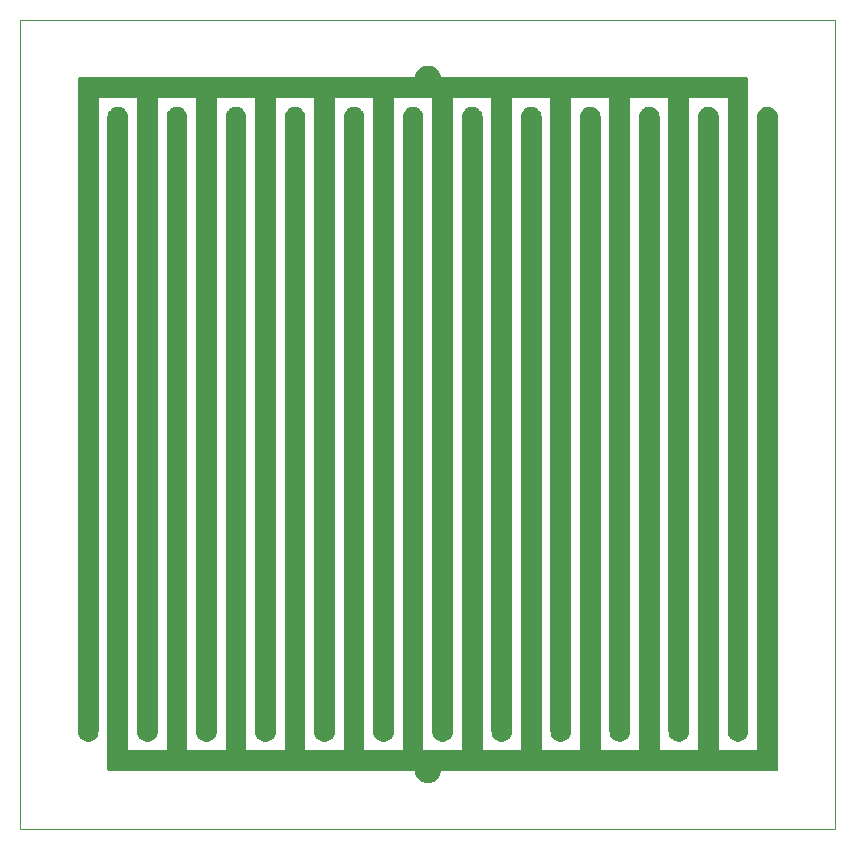
<source format=gtl>
G04 EAGLE Gerber RS-274X export*
G75*
%MOMM*%
%FSLAX34Y34*%
%LPD*%
%INCopper Top*%
%IPPOS*%
%AMOC8*
5,1,8,0,0,1.08239X$1,22.5*%
G01*
%ADD10C,0.000000*%
%ADD11C,0.904800*%

G36*
X345959Y38778D02*
X345959Y38778D01*
X345996Y38776D01*
X346156Y38795D01*
X347970Y39134D01*
X348005Y39145D01*
X348042Y39150D01*
X348195Y39198D01*
X349916Y39865D01*
X349948Y39882D01*
X349984Y39893D01*
X350126Y39969D01*
X351695Y40941D01*
X351723Y40964D01*
X351756Y40981D01*
X351881Y41082D01*
X353245Y42325D01*
X353269Y42353D01*
X353298Y42376D01*
X353403Y42498D01*
X354515Y43971D01*
X354533Y44003D01*
X354558Y44031D01*
X354638Y44170D01*
X355461Y45822D01*
X355473Y45857D01*
X355492Y45889D01*
X355523Y45978D01*
X355532Y45996D01*
X355535Y46009D01*
X355546Y46040D01*
X356051Y47815D01*
X356056Y47852D01*
X356069Y47886D01*
X356094Y48045D01*
X356157Y48731D01*
X640000Y48731D01*
X640118Y48746D01*
X640237Y48753D01*
X640275Y48766D01*
X640316Y48771D01*
X640426Y48814D01*
X640539Y48851D01*
X640574Y48873D01*
X640611Y48888D01*
X640707Y48958D01*
X640808Y49021D01*
X640836Y49051D01*
X640869Y49074D01*
X640945Y49166D01*
X641026Y49253D01*
X641046Y49288D01*
X641071Y49319D01*
X641122Y49427D01*
X641180Y49531D01*
X641190Y49571D01*
X641207Y49607D01*
X641229Y49724D01*
X641259Y49839D01*
X641263Y49900D01*
X641267Y49920D01*
X641265Y49940D01*
X641269Y50000D01*
X641269Y602500D01*
X641267Y602517D01*
X641262Y602633D01*
X641098Y604192D01*
X641086Y604243D01*
X641083Y604296D01*
X641043Y604452D01*
X640559Y605943D01*
X640536Y605990D01*
X640522Y606041D01*
X640451Y606185D01*
X639667Y607543D01*
X639635Y607585D01*
X639611Y607631D01*
X639511Y607758D01*
X638462Y608923D01*
X638422Y608957D01*
X638389Y608998D01*
X638265Y609100D01*
X636996Y610022D01*
X636950Y610047D01*
X636909Y610080D01*
X636766Y610155D01*
X635334Y610792D01*
X635284Y610808D01*
X635237Y610831D01*
X635082Y610874D01*
X633548Y611200D01*
X633495Y611205D01*
X633445Y611218D01*
X633284Y611228D01*
X631716Y611228D01*
X631664Y611222D01*
X631611Y611224D01*
X631452Y611200D01*
X629919Y610874D01*
X629869Y610857D01*
X629817Y610848D01*
X629666Y610792D01*
X628234Y610155D01*
X628189Y610128D01*
X628140Y610108D01*
X628004Y610022D01*
X626736Y609100D01*
X626697Y609065D01*
X626653Y609035D01*
X626538Y608923D01*
X625489Y607758D01*
X625459Y607715D01*
X625422Y607677D01*
X625333Y607543D01*
X624549Y606185D01*
X624529Y606137D01*
X624501Y606092D01*
X624441Y605943D01*
X623957Y604452D01*
X623947Y604400D01*
X623929Y604351D01*
X623902Y604192D01*
X623738Y602633D01*
X623738Y602615D01*
X623731Y602500D01*
X623731Y66269D01*
X591269Y66269D01*
X591269Y602500D01*
X591267Y602517D01*
X591262Y602633D01*
X591098Y604192D01*
X591086Y604243D01*
X591083Y604296D01*
X591043Y604452D01*
X590559Y605943D01*
X590536Y605990D01*
X590522Y606041D01*
X590451Y606185D01*
X589667Y607543D01*
X589635Y607585D01*
X589611Y607631D01*
X589511Y607758D01*
X588462Y608923D01*
X588422Y608957D01*
X588389Y608998D01*
X588265Y609100D01*
X586996Y610022D01*
X586950Y610047D01*
X586909Y610080D01*
X586766Y610155D01*
X585334Y610792D01*
X585284Y610808D01*
X585237Y610831D01*
X585082Y610874D01*
X583548Y611200D01*
X583495Y611205D01*
X583445Y611218D01*
X583284Y611228D01*
X581716Y611228D01*
X581664Y611222D01*
X581611Y611224D01*
X581452Y611200D01*
X579919Y610874D01*
X579869Y610857D01*
X579817Y610848D01*
X579666Y610792D01*
X578234Y610155D01*
X578189Y610128D01*
X578140Y610108D01*
X578004Y610022D01*
X576736Y609100D01*
X576697Y609065D01*
X576653Y609035D01*
X576538Y608923D01*
X575489Y607758D01*
X575459Y607715D01*
X575422Y607677D01*
X575333Y607543D01*
X574549Y606185D01*
X574529Y606137D01*
X574501Y606092D01*
X574441Y605943D01*
X573957Y604452D01*
X573947Y604400D01*
X573929Y604351D01*
X573902Y604192D01*
X573738Y602633D01*
X573738Y602615D01*
X573731Y602500D01*
X573731Y66269D01*
X541269Y66269D01*
X541269Y602500D01*
X541267Y602517D01*
X541262Y602633D01*
X541098Y604192D01*
X541086Y604243D01*
X541083Y604296D01*
X541043Y604452D01*
X540559Y605943D01*
X540536Y605990D01*
X540522Y606041D01*
X540451Y606185D01*
X539667Y607543D01*
X539635Y607585D01*
X539611Y607631D01*
X539511Y607758D01*
X538462Y608923D01*
X538422Y608957D01*
X538389Y608998D01*
X538265Y609100D01*
X536996Y610022D01*
X536950Y610047D01*
X536909Y610080D01*
X536766Y610155D01*
X535334Y610792D01*
X535284Y610808D01*
X535237Y610831D01*
X535082Y610874D01*
X533548Y611200D01*
X533495Y611205D01*
X533445Y611218D01*
X533284Y611228D01*
X531716Y611228D01*
X531664Y611222D01*
X531611Y611224D01*
X531452Y611200D01*
X529919Y610874D01*
X529869Y610857D01*
X529817Y610848D01*
X529666Y610792D01*
X528234Y610155D01*
X528189Y610128D01*
X528140Y610108D01*
X528004Y610022D01*
X526736Y609100D01*
X526697Y609065D01*
X526653Y609035D01*
X526538Y608923D01*
X525489Y607758D01*
X525459Y607715D01*
X525422Y607677D01*
X525333Y607543D01*
X524549Y606185D01*
X524529Y606137D01*
X524501Y606092D01*
X524441Y605943D01*
X523957Y604452D01*
X523947Y604400D01*
X523929Y604351D01*
X523902Y604192D01*
X523738Y602633D01*
X523738Y602615D01*
X523731Y602500D01*
X523731Y66269D01*
X491269Y66269D01*
X491269Y602500D01*
X491267Y602517D01*
X491262Y602633D01*
X491098Y604192D01*
X491086Y604243D01*
X491083Y604296D01*
X491043Y604452D01*
X490559Y605943D01*
X490536Y605990D01*
X490522Y606041D01*
X490451Y606185D01*
X489667Y607543D01*
X489635Y607585D01*
X489611Y607631D01*
X489511Y607758D01*
X488462Y608923D01*
X488422Y608957D01*
X488389Y608998D01*
X488265Y609100D01*
X486996Y610022D01*
X486950Y610047D01*
X486909Y610080D01*
X486766Y610155D01*
X485334Y610792D01*
X485284Y610808D01*
X485237Y610831D01*
X485082Y610874D01*
X483548Y611200D01*
X483495Y611205D01*
X483445Y611218D01*
X483284Y611228D01*
X481716Y611228D01*
X481664Y611222D01*
X481611Y611224D01*
X481452Y611200D01*
X479919Y610874D01*
X479869Y610857D01*
X479817Y610848D01*
X479666Y610792D01*
X478234Y610155D01*
X478189Y610128D01*
X478140Y610108D01*
X478004Y610022D01*
X476736Y609100D01*
X476697Y609065D01*
X476653Y609035D01*
X476538Y608923D01*
X475489Y607758D01*
X475459Y607715D01*
X475422Y607677D01*
X475333Y607543D01*
X474549Y606185D01*
X474529Y606137D01*
X474501Y606092D01*
X474441Y605943D01*
X473957Y604452D01*
X473947Y604400D01*
X473929Y604351D01*
X473902Y604192D01*
X473738Y602633D01*
X473738Y602615D01*
X473731Y602500D01*
X473731Y66269D01*
X441269Y66269D01*
X441269Y602500D01*
X441267Y602517D01*
X441262Y602633D01*
X441098Y604192D01*
X441086Y604243D01*
X441083Y604296D01*
X441043Y604452D01*
X440559Y605943D01*
X440536Y605990D01*
X440522Y606041D01*
X440451Y606185D01*
X439667Y607543D01*
X439635Y607585D01*
X439611Y607631D01*
X439511Y607758D01*
X438462Y608923D01*
X438422Y608957D01*
X438389Y608998D01*
X438265Y609100D01*
X436996Y610022D01*
X436950Y610047D01*
X436909Y610080D01*
X436766Y610155D01*
X435334Y610792D01*
X435284Y610808D01*
X435237Y610831D01*
X435082Y610874D01*
X433548Y611200D01*
X433495Y611205D01*
X433445Y611218D01*
X433284Y611228D01*
X431716Y611228D01*
X431664Y611222D01*
X431611Y611224D01*
X431452Y611200D01*
X429919Y610874D01*
X429869Y610857D01*
X429817Y610848D01*
X429666Y610792D01*
X428234Y610155D01*
X428189Y610128D01*
X428140Y610108D01*
X428004Y610022D01*
X426736Y609100D01*
X426697Y609065D01*
X426653Y609035D01*
X426538Y608923D01*
X425489Y607758D01*
X425459Y607715D01*
X425422Y607677D01*
X425333Y607543D01*
X424549Y606185D01*
X424529Y606137D01*
X424501Y606092D01*
X424441Y605943D01*
X423957Y604452D01*
X423947Y604400D01*
X423929Y604351D01*
X423902Y604192D01*
X423738Y602633D01*
X423738Y602615D01*
X423731Y602500D01*
X423731Y66269D01*
X391269Y66269D01*
X391269Y602500D01*
X391267Y602517D01*
X391262Y602633D01*
X391098Y604192D01*
X391086Y604243D01*
X391083Y604296D01*
X391043Y604452D01*
X390559Y605943D01*
X390536Y605990D01*
X390522Y606041D01*
X390451Y606185D01*
X389667Y607543D01*
X389635Y607585D01*
X389611Y607631D01*
X389511Y607758D01*
X388462Y608923D01*
X388422Y608957D01*
X388389Y608998D01*
X388265Y609100D01*
X386996Y610022D01*
X386950Y610047D01*
X386909Y610080D01*
X386766Y610155D01*
X385334Y610792D01*
X385284Y610808D01*
X385237Y610831D01*
X385082Y610874D01*
X383548Y611200D01*
X383495Y611205D01*
X383445Y611218D01*
X383284Y611228D01*
X381716Y611228D01*
X381664Y611222D01*
X381611Y611224D01*
X381452Y611200D01*
X379919Y610874D01*
X379869Y610857D01*
X379817Y610848D01*
X379666Y610792D01*
X378234Y610155D01*
X378189Y610128D01*
X378140Y610108D01*
X378004Y610022D01*
X376736Y609100D01*
X376697Y609065D01*
X376653Y609035D01*
X376538Y608923D01*
X375489Y607758D01*
X375459Y607715D01*
X375422Y607677D01*
X375333Y607543D01*
X374549Y606185D01*
X374529Y606137D01*
X374501Y606092D01*
X374441Y605943D01*
X373957Y604452D01*
X373947Y604400D01*
X373929Y604351D01*
X373902Y604192D01*
X373738Y602633D01*
X373738Y602615D01*
X373731Y602500D01*
X373731Y66269D01*
X341269Y66269D01*
X341269Y602500D01*
X341267Y602517D01*
X341262Y602633D01*
X341098Y604192D01*
X341086Y604243D01*
X341083Y604296D01*
X341043Y604452D01*
X340559Y605943D01*
X340536Y605990D01*
X340522Y606041D01*
X340451Y606185D01*
X339667Y607543D01*
X339635Y607585D01*
X339611Y607631D01*
X339511Y607758D01*
X338462Y608923D01*
X338422Y608957D01*
X338389Y608998D01*
X338265Y609100D01*
X336996Y610022D01*
X336950Y610047D01*
X336909Y610080D01*
X336766Y610155D01*
X335334Y610792D01*
X335284Y610808D01*
X335237Y610831D01*
X335082Y610874D01*
X333548Y611200D01*
X333495Y611205D01*
X333445Y611218D01*
X333284Y611228D01*
X331716Y611228D01*
X331664Y611222D01*
X331611Y611224D01*
X331452Y611200D01*
X329919Y610874D01*
X329869Y610857D01*
X329817Y610848D01*
X329666Y610792D01*
X328234Y610155D01*
X328189Y610128D01*
X328140Y610108D01*
X328004Y610022D01*
X326736Y609100D01*
X326697Y609065D01*
X326653Y609035D01*
X326538Y608923D01*
X325489Y607758D01*
X325459Y607715D01*
X325422Y607677D01*
X325333Y607543D01*
X324549Y606185D01*
X324529Y606137D01*
X324501Y606092D01*
X324441Y605943D01*
X323957Y604452D01*
X323947Y604400D01*
X323929Y604351D01*
X323902Y604192D01*
X323738Y602633D01*
X323738Y602615D01*
X323731Y602500D01*
X323731Y66269D01*
X291269Y66269D01*
X291269Y602500D01*
X291267Y602517D01*
X291262Y602633D01*
X291098Y604192D01*
X291086Y604243D01*
X291083Y604296D01*
X291043Y604452D01*
X290559Y605943D01*
X290536Y605990D01*
X290522Y606041D01*
X290451Y606185D01*
X289667Y607543D01*
X289635Y607585D01*
X289611Y607631D01*
X289511Y607758D01*
X288462Y608923D01*
X288422Y608957D01*
X288389Y608998D01*
X288265Y609100D01*
X286996Y610022D01*
X286950Y610047D01*
X286909Y610080D01*
X286766Y610155D01*
X285334Y610792D01*
X285284Y610808D01*
X285237Y610831D01*
X285082Y610874D01*
X283548Y611200D01*
X283495Y611205D01*
X283445Y611218D01*
X283284Y611228D01*
X281716Y611228D01*
X281664Y611222D01*
X281611Y611224D01*
X281452Y611200D01*
X279919Y610874D01*
X279869Y610857D01*
X279817Y610848D01*
X279666Y610792D01*
X278234Y610155D01*
X278189Y610128D01*
X278140Y610108D01*
X278004Y610022D01*
X276736Y609100D01*
X276697Y609065D01*
X276653Y609035D01*
X276538Y608923D01*
X275489Y607758D01*
X275459Y607715D01*
X275422Y607677D01*
X275333Y607543D01*
X274549Y606185D01*
X274529Y606137D01*
X274501Y606092D01*
X274441Y605943D01*
X273957Y604452D01*
X273947Y604400D01*
X273929Y604351D01*
X273902Y604192D01*
X273738Y602633D01*
X273738Y602615D01*
X273731Y602500D01*
X273731Y66269D01*
X241269Y66269D01*
X241269Y602500D01*
X241267Y602517D01*
X241262Y602633D01*
X241098Y604192D01*
X241086Y604243D01*
X241083Y604296D01*
X241043Y604452D01*
X240559Y605943D01*
X240536Y605990D01*
X240522Y606041D01*
X240451Y606185D01*
X239667Y607543D01*
X239635Y607585D01*
X239611Y607631D01*
X239511Y607758D01*
X238462Y608923D01*
X238422Y608957D01*
X238389Y608998D01*
X238265Y609100D01*
X236996Y610022D01*
X236950Y610047D01*
X236909Y610080D01*
X236766Y610155D01*
X235334Y610792D01*
X235284Y610808D01*
X235237Y610831D01*
X235082Y610874D01*
X233548Y611200D01*
X233495Y611205D01*
X233445Y611218D01*
X233284Y611228D01*
X231716Y611228D01*
X231664Y611222D01*
X231611Y611224D01*
X231452Y611200D01*
X229919Y610874D01*
X229869Y610857D01*
X229817Y610848D01*
X229666Y610792D01*
X228234Y610155D01*
X228189Y610128D01*
X228140Y610108D01*
X228004Y610022D01*
X226736Y609100D01*
X226697Y609065D01*
X226653Y609035D01*
X226538Y608923D01*
X225489Y607758D01*
X225459Y607715D01*
X225422Y607677D01*
X225333Y607543D01*
X224549Y606185D01*
X224529Y606137D01*
X224501Y606092D01*
X224441Y605943D01*
X223957Y604452D01*
X223947Y604400D01*
X223929Y604351D01*
X223902Y604192D01*
X223738Y602633D01*
X223738Y602615D01*
X223731Y602500D01*
X223731Y66269D01*
X191269Y66269D01*
X191269Y602500D01*
X191267Y602517D01*
X191262Y602633D01*
X191098Y604192D01*
X191086Y604243D01*
X191083Y604296D01*
X191043Y604452D01*
X190559Y605943D01*
X190536Y605990D01*
X190522Y606041D01*
X190451Y606185D01*
X189667Y607543D01*
X189635Y607585D01*
X189611Y607631D01*
X189511Y607758D01*
X188462Y608923D01*
X188422Y608957D01*
X188389Y608998D01*
X188265Y609100D01*
X186996Y610022D01*
X186950Y610047D01*
X186909Y610080D01*
X186766Y610155D01*
X185334Y610792D01*
X185284Y610808D01*
X185237Y610831D01*
X185082Y610874D01*
X183548Y611200D01*
X183495Y611205D01*
X183445Y611218D01*
X183284Y611228D01*
X181716Y611228D01*
X181664Y611222D01*
X181611Y611224D01*
X181452Y611200D01*
X179919Y610874D01*
X179869Y610857D01*
X179817Y610848D01*
X179666Y610792D01*
X178234Y610155D01*
X178189Y610128D01*
X178140Y610108D01*
X178004Y610022D01*
X176736Y609100D01*
X176697Y609065D01*
X176653Y609035D01*
X176538Y608923D01*
X175489Y607758D01*
X175459Y607715D01*
X175422Y607677D01*
X175333Y607543D01*
X174549Y606185D01*
X174529Y606137D01*
X174501Y606092D01*
X174441Y605943D01*
X173957Y604452D01*
X173947Y604400D01*
X173929Y604351D01*
X173902Y604192D01*
X173738Y602633D01*
X173738Y602615D01*
X173731Y602500D01*
X173731Y66269D01*
X141269Y66269D01*
X141269Y602500D01*
X141267Y602517D01*
X141262Y602633D01*
X141098Y604192D01*
X141086Y604243D01*
X141083Y604296D01*
X141043Y604452D01*
X140559Y605943D01*
X140536Y605990D01*
X140522Y606041D01*
X140451Y606185D01*
X139667Y607543D01*
X139635Y607585D01*
X139611Y607631D01*
X139511Y607758D01*
X138462Y608923D01*
X138422Y608957D01*
X138389Y608998D01*
X138265Y609100D01*
X136996Y610022D01*
X136950Y610047D01*
X136909Y610080D01*
X136766Y610155D01*
X135334Y610792D01*
X135284Y610808D01*
X135237Y610831D01*
X135082Y610874D01*
X133548Y611200D01*
X133495Y611205D01*
X133445Y611218D01*
X133284Y611228D01*
X131716Y611228D01*
X131664Y611222D01*
X131611Y611224D01*
X131452Y611200D01*
X129919Y610874D01*
X129869Y610857D01*
X129817Y610848D01*
X129666Y610792D01*
X128234Y610155D01*
X128189Y610128D01*
X128140Y610108D01*
X128004Y610022D01*
X126736Y609100D01*
X126697Y609065D01*
X126653Y609035D01*
X126538Y608923D01*
X125489Y607758D01*
X125459Y607715D01*
X125422Y607677D01*
X125333Y607543D01*
X124549Y606185D01*
X124529Y606137D01*
X124501Y606092D01*
X124441Y605943D01*
X123957Y604452D01*
X123947Y604400D01*
X123929Y604351D01*
X123902Y604192D01*
X123738Y602633D01*
X123738Y602615D01*
X123731Y602500D01*
X123731Y66269D01*
X91269Y66269D01*
X91269Y602500D01*
X91267Y602517D01*
X91262Y602633D01*
X91098Y604192D01*
X91086Y604243D01*
X91083Y604296D01*
X91043Y604452D01*
X90559Y605943D01*
X90536Y605990D01*
X90522Y606041D01*
X90451Y606185D01*
X89667Y607543D01*
X89635Y607585D01*
X89611Y607631D01*
X89511Y607758D01*
X88462Y608923D01*
X88422Y608957D01*
X88389Y608998D01*
X88265Y609100D01*
X86996Y610022D01*
X86950Y610047D01*
X86909Y610080D01*
X86766Y610155D01*
X85334Y610792D01*
X85284Y610808D01*
X85237Y610831D01*
X85082Y610874D01*
X83548Y611200D01*
X83495Y611205D01*
X83445Y611218D01*
X83284Y611228D01*
X81716Y611228D01*
X81664Y611222D01*
X81611Y611224D01*
X81452Y611200D01*
X79919Y610874D01*
X79869Y610857D01*
X79817Y610848D01*
X79666Y610792D01*
X78234Y610155D01*
X78189Y610128D01*
X78140Y610108D01*
X78004Y610022D01*
X76736Y609100D01*
X76697Y609065D01*
X76653Y609035D01*
X76538Y608923D01*
X75489Y607758D01*
X75459Y607715D01*
X75422Y607677D01*
X75333Y607543D01*
X74549Y606185D01*
X74529Y606137D01*
X74501Y606092D01*
X74441Y605943D01*
X73957Y604452D01*
X73947Y604400D01*
X73929Y604351D01*
X73902Y604192D01*
X73738Y602633D01*
X73738Y602615D01*
X73731Y602500D01*
X73731Y50000D01*
X73746Y49882D01*
X73753Y49763D01*
X73766Y49725D01*
X73771Y49684D01*
X73814Y49574D01*
X73851Y49461D01*
X73873Y49426D01*
X73888Y49389D01*
X73958Y49293D01*
X74021Y49192D01*
X74051Y49164D01*
X74074Y49131D01*
X74166Y49056D01*
X74253Y48974D01*
X74288Y48954D01*
X74319Y48929D01*
X74427Y48878D01*
X74531Y48820D01*
X74571Y48810D01*
X74607Y48793D01*
X74724Y48771D01*
X74839Y48741D01*
X74900Y48737D01*
X74920Y48733D01*
X74940Y48735D01*
X75000Y48731D01*
X333843Y48731D01*
X333906Y48045D01*
X333914Y48009D01*
X333915Y47973D01*
X333949Y47815D01*
X334454Y46040D01*
X334469Y46006D01*
X334477Y45970D01*
X334521Y45864D01*
X334526Y45849D01*
X334530Y45843D01*
X334539Y45822D01*
X335362Y44170D01*
X335382Y44139D01*
X335396Y44105D01*
X335485Y43971D01*
X336597Y42498D01*
X336623Y42472D01*
X336643Y42441D01*
X336755Y42325D01*
X338119Y41082D01*
X338149Y41061D01*
X338174Y41034D01*
X338306Y40941D01*
X339874Y39969D01*
X339908Y39954D01*
X339938Y39932D01*
X340084Y39865D01*
X341805Y39198D01*
X341841Y39189D01*
X341874Y39174D01*
X342030Y39134D01*
X343844Y38795D01*
X343881Y38793D01*
X343917Y38784D01*
X344077Y38773D01*
X345923Y38773D01*
X345959Y38778D01*
G37*
G36*
X58336Y73778D02*
X58336Y73778D01*
X58389Y73776D01*
X58548Y73800D01*
X60082Y74126D01*
X60131Y74143D01*
X60183Y74152D01*
X60334Y74208D01*
X61766Y74845D01*
X61811Y74872D01*
X61860Y74892D01*
X61996Y74978D01*
X63265Y75900D01*
X63303Y75936D01*
X63347Y75965D01*
X63462Y76077D01*
X64511Y77242D01*
X64541Y77286D01*
X64578Y77323D01*
X64667Y77457D01*
X65451Y78815D01*
X65471Y78863D01*
X65499Y78908D01*
X65559Y79057D01*
X66043Y80548D01*
X66053Y80600D01*
X66071Y80649D01*
X66098Y80808D01*
X66262Y82367D01*
X66262Y82385D01*
X66269Y82500D01*
X66269Y618731D01*
X98731Y618731D01*
X98731Y82500D01*
X98733Y82483D01*
X98738Y82367D01*
X98902Y80808D01*
X98914Y80757D01*
X98917Y80704D01*
X98957Y80548D01*
X99441Y79057D01*
X99464Y79010D01*
X99478Y78959D01*
X99549Y78815D01*
X100333Y77457D01*
X100365Y77415D01*
X100389Y77369D01*
X100489Y77242D01*
X101538Y76077D01*
X101578Y76043D01*
X101612Y76002D01*
X101736Y75900D01*
X103004Y74978D01*
X103050Y74953D01*
X103091Y74920D01*
X103234Y74845D01*
X104666Y74208D01*
X104716Y74192D01*
X104763Y74169D01*
X104919Y74126D01*
X106452Y73800D01*
X106505Y73795D01*
X106555Y73782D01*
X106716Y73772D01*
X108284Y73772D01*
X108336Y73778D01*
X108389Y73776D01*
X108548Y73800D01*
X110082Y74126D01*
X110131Y74143D01*
X110183Y74152D01*
X110334Y74208D01*
X111766Y74845D01*
X111811Y74872D01*
X111860Y74892D01*
X111996Y74978D01*
X113265Y75900D01*
X113303Y75936D01*
X113347Y75965D01*
X113462Y76077D01*
X114511Y77242D01*
X114541Y77286D01*
X114578Y77323D01*
X114667Y77457D01*
X115451Y78815D01*
X115471Y78863D01*
X115499Y78908D01*
X115559Y79057D01*
X116043Y80548D01*
X116053Y80600D01*
X116071Y80649D01*
X116098Y80808D01*
X116262Y82367D01*
X116262Y82385D01*
X116269Y82500D01*
X116269Y618731D01*
X148731Y618731D01*
X148731Y82500D01*
X148733Y82483D01*
X148738Y82367D01*
X148902Y80808D01*
X148914Y80757D01*
X148917Y80704D01*
X148957Y80548D01*
X149441Y79057D01*
X149464Y79010D01*
X149478Y78959D01*
X149549Y78815D01*
X150333Y77457D01*
X150365Y77415D01*
X150389Y77369D01*
X150489Y77242D01*
X151538Y76077D01*
X151578Y76043D01*
X151612Y76002D01*
X151736Y75900D01*
X153004Y74978D01*
X153050Y74953D01*
X153091Y74920D01*
X153234Y74845D01*
X154666Y74208D01*
X154716Y74192D01*
X154763Y74169D01*
X154919Y74126D01*
X156452Y73800D01*
X156505Y73795D01*
X156555Y73782D01*
X156716Y73772D01*
X158284Y73772D01*
X158336Y73778D01*
X158389Y73776D01*
X158548Y73800D01*
X160082Y74126D01*
X160131Y74143D01*
X160183Y74152D01*
X160334Y74208D01*
X161766Y74845D01*
X161811Y74872D01*
X161860Y74892D01*
X161996Y74978D01*
X163265Y75900D01*
X163303Y75936D01*
X163347Y75965D01*
X163462Y76077D01*
X164511Y77242D01*
X164541Y77286D01*
X164578Y77323D01*
X164667Y77457D01*
X165451Y78815D01*
X165471Y78863D01*
X165499Y78908D01*
X165559Y79057D01*
X166043Y80548D01*
X166053Y80600D01*
X166071Y80649D01*
X166098Y80808D01*
X166262Y82367D01*
X166262Y82385D01*
X166269Y82500D01*
X166269Y618731D01*
X198731Y618731D01*
X198731Y82500D01*
X198733Y82483D01*
X198738Y82367D01*
X198902Y80808D01*
X198914Y80757D01*
X198917Y80704D01*
X198957Y80548D01*
X199441Y79057D01*
X199464Y79010D01*
X199478Y78959D01*
X199549Y78815D01*
X200333Y77457D01*
X200365Y77415D01*
X200389Y77369D01*
X200489Y77242D01*
X201538Y76077D01*
X201578Y76043D01*
X201612Y76002D01*
X201736Y75900D01*
X203004Y74978D01*
X203050Y74953D01*
X203091Y74920D01*
X203234Y74845D01*
X204666Y74208D01*
X204716Y74192D01*
X204763Y74169D01*
X204919Y74126D01*
X206452Y73800D01*
X206505Y73795D01*
X206555Y73782D01*
X206716Y73772D01*
X208284Y73772D01*
X208336Y73778D01*
X208389Y73776D01*
X208548Y73800D01*
X210082Y74126D01*
X210131Y74143D01*
X210183Y74152D01*
X210334Y74208D01*
X211766Y74845D01*
X211811Y74872D01*
X211860Y74892D01*
X211996Y74978D01*
X213265Y75900D01*
X213303Y75936D01*
X213347Y75965D01*
X213462Y76077D01*
X214511Y77242D01*
X214541Y77286D01*
X214578Y77323D01*
X214667Y77457D01*
X215451Y78815D01*
X215471Y78863D01*
X215499Y78908D01*
X215559Y79057D01*
X216043Y80548D01*
X216053Y80600D01*
X216071Y80649D01*
X216098Y80808D01*
X216262Y82367D01*
X216262Y82385D01*
X216269Y82500D01*
X216269Y618731D01*
X248731Y618731D01*
X248731Y82500D01*
X248733Y82483D01*
X248738Y82367D01*
X248902Y80808D01*
X248914Y80757D01*
X248917Y80704D01*
X248957Y80548D01*
X249441Y79057D01*
X249464Y79010D01*
X249478Y78959D01*
X249549Y78815D01*
X250333Y77457D01*
X250365Y77415D01*
X250389Y77369D01*
X250489Y77242D01*
X251538Y76077D01*
X251578Y76043D01*
X251612Y76002D01*
X251736Y75900D01*
X253004Y74978D01*
X253050Y74953D01*
X253091Y74920D01*
X253234Y74845D01*
X254666Y74208D01*
X254716Y74192D01*
X254763Y74169D01*
X254919Y74126D01*
X256452Y73800D01*
X256505Y73795D01*
X256555Y73782D01*
X256716Y73772D01*
X258284Y73772D01*
X258336Y73778D01*
X258389Y73776D01*
X258548Y73800D01*
X260082Y74126D01*
X260131Y74143D01*
X260183Y74152D01*
X260334Y74208D01*
X261766Y74845D01*
X261811Y74872D01*
X261860Y74892D01*
X261996Y74978D01*
X263265Y75900D01*
X263303Y75936D01*
X263347Y75965D01*
X263462Y76077D01*
X264511Y77242D01*
X264541Y77286D01*
X264578Y77323D01*
X264667Y77457D01*
X265451Y78815D01*
X265471Y78863D01*
X265499Y78908D01*
X265559Y79057D01*
X266043Y80548D01*
X266053Y80600D01*
X266071Y80649D01*
X266098Y80808D01*
X266262Y82367D01*
X266262Y82385D01*
X266269Y82500D01*
X266269Y618731D01*
X298731Y618731D01*
X298731Y82500D01*
X298733Y82483D01*
X298738Y82367D01*
X298902Y80808D01*
X298914Y80757D01*
X298917Y80704D01*
X298957Y80548D01*
X299441Y79057D01*
X299464Y79010D01*
X299478Y78959D01*
X299549Y78815D01*
X300333Y77457D01*
X300365Y77415D01*
X300389Y77369D01*
X300489Y77242D01*
X301538Y76077D01*
X301578Y76043D01*
X301612Y76002D01*
X301736Y75900D01*
X303004Y74978D01*
X303050Y74953D01*
X303091Y74920D01*
X303234Y74845D01*
X304666Y74208D01*
X304716Y74192D01*
X304763Y74169D01*
X304919Y74126D01*
X306452Y73800D01*
X306505Y73795D01*
X306555Y73782D01*
X306716Y73772D01*
X308284Y73772D01*
X308336Y73778D01*
X308389Y73776D01*
X308548Y73800D01*
X310082Y74126D01*
X310131Y74143D01*
X310183Y74152D01*
X310334Y74208D01*
X311766Y74845D01*
X311811Y74872D01*
X311860Y74892D01*
X311996Y74978D01*
X313265Y75900D01*
X313303Y75936D01*
X313347Y75965D01*
X313462Y76077D01*
X314511Y77242D01*
X314541Y77286D01*
X314578Y77323D01*
X314667Y77457D01*
X315451Y78815D01*
X315471Y78863D01*
X315499Y78908D01*
X315559Y79057D01*
X316043Y80548D01*
X316053Y80600D01*
X316071Y80649D01*
X316098Y80808D01*
X316262Y82367D01*
X316262Y82385D01*
X316269Y82500D01*
X316269Y618731D01*
X348731Y618731D01*
X348731Y82500D01*
X348733Y82483D01*
X348738Y82367D01*
X348902Y80808D01*
X348914Y80757D01*
X348917Y80704D01*
X348957Y80548D01*
X349441Y79057D01*
X349464Y79010D01*
X349478Y78959D01*
X349549Y78815D01*
X350333Y77457D01*
X350365Y77415D01*
X350389Y77369D01*
X350489Y77242D01*
X351538Y76077D01*
X351578Y76043D01*
X351612Y76002D01*
X351736Y75900D01*
X353004Y74978D01*
X353050Y74953D01*
X353091Y74920D01*
X353234Y74845D01*
X354666Y74208D01*
X354716Y74192D01*
X354763Y74169D01*
X354919Y74126D01*
X356452Y73800D01*
X356505Y73795D01*
X356555Y73782D01*
X356716Y73772D01*
X358284Y73772D01*
X358336Y73778D01*
X358389Y73776D01*
X358548Y73800D01*
X360082Y74126D01*
X360131Y74143D01*
X360183Y74152D01*
X360334Y74208D01*
X361766Y74845D01*
X361811Y74872D01*
X361860Y74892D01*
X361996Y74978D01*
X363265Y75900D01*
X363303Y75936D01*
X363347Y75965D01*
X363462Y76077D01*
X364511Y77242D01*
X364541Y77286D01*
X364578Y77323D01*
X364667Y77457D01*
X365451Y78815D01*
X365471Y78863D01*
X365499Y78908D01*
X365559Y79057D01*
X366043Y80548D01*
X366053Y80600D01*
X366071Y80649D01*
X366098Y80808D01*
X366262Y82367D01*
X366262Y82385D01*
X366269Y82500D01*
X366269Y618731D01*
X398731Y618731D01*
X398731Y82500D01*
X398733Y82483D01*
X398738Y82367D01*
X398902Y80808D01*
X398914Y80757D01*
X398917Y80704D01*
X398957Y80548D01*
X399441Y79057D01*
X399464Y79010D01*
X399478Y78959D01*
X399549Y78815D01*
X400333Y77457D01*
X400365Y77415D01*
X400389Y77369D01*
X400489Y77242D01*
X401538Y76077D01*
X401578Y76043D01*
X401612Y76002D01*
X401736Y75900D01*
X403004Y74978D01*
X403050Y74953D01*
X403091Y74920D01*
X403234Y74845D01*
X404666Y74208D01*
X404716Y74192D01*
X404763Y74169D01*
X404919Y74126D01*
X406452Y73800D01*
X406505Y73795D01*
X406555Y73782D01*
X406716Y73772D01*
X408284Y73772D01*
X408336Y73778D01*
X408389Y73776D01*
X408548Y73800D01*
X410082Y74126D01*
X410131Y74143D01*
X410183Y74152D01*
X410334Y74208D01*
X411766Y74845D01*
X411811Y74872D01*
X411860Y74892D01*
X411996Y74978D01*
X413265Y75900D01*
X413303Y75936D01*
X413347Y75965D01*
X413462Y76077D01*
X414511Y77242D01*
X414541Y77286D01*
X414578Y77323D01*
X414667Y77457D01*
X415451Y78815D01*
X415471Y78863D01*
X415499Y78908D01*
X415559Y79057D01*
X416043Y80548D01*
X416053Y80600D01*
X416071Y80649D01*
X416098Y80808D01*
X416262Y82367D01*
X416262Y82385D01*
X416269Y82500D01*
X416269Y618731D01*
X448731Y618731D01*
X448731Y82500D01*
X448733Y82483D01*
X448738Y82367D01*
X448902Y80808D01*
X448914Y80757D01*
X448917Y80704D01*
X448957Y80548D01*
X449441Y79057D01*
X449464Y79010D01*
X449478Y78959D01*
X449549Y78815D01*
X450333Y77457D01*
X450365Y77415D01*
X450389Y77369D01*
X450489Y77242D01*
X451538Y76077D01*
X451578Y76043D01*
X451612Y76002D01*
X451736Y75900D01*
X453004Y74978D01*
X453050Y74953D01*
X453091Y74920D01*
X453234Y74845D01*
X454666Y74208D01*
X454716Y74192D01*
X454763Y74169D01*
X454919Y74126D01*
X456452Y73800D01*
X456505Y73795D01*
X456555Y73782D01*
X456716Y73772D01*
X458284Y73772D01*
X458336Y73778D01*
X458389Y73776D01*
X458548Y73800D01*
X460082Y74126D01*
X460131Y74143D01*
X460183Y74152D01*
X460334Y74208D01*
X461766Y74845D01*
X461811Y74872D01*
X461860Y74892D01*
X461996Y74978D01*
X463265Y75900D01*
X463303Y75936D01*
X463347Y75965D01*
X463462Y76077D01*
X464511Y77242D01*
X464541Y77286D01*
X464578Y77323D01*
X464667Y77457D01*
X465451Y78815D01*
X465471Y78863D01*
X465499Y78908D01*
X465559Y79057D01*
X466043Y80548D01*
X466053Y80600D01*
X466071Y80649D01*
X466098Y80808D01*
X466262Y82367D01*
X466262Y82385D01*
X466269Y82500D01*
X466269Y618731D01*
X498731Y618731D01*
X498731Y82500D01*
X498733Y82483D01*
X498738Y82367D01*
X498902Y80808D01*
X498914Y80757D01*
X498917Y80704D01*
X498957Y80548D01*
X499441Y79057D01*
X499464Y79010D01*
X499478Y78959D01*
X499549Y78815D01*
X500333Y77457D01*
X500365Y77415D01*
X500389Y77369D01*
X500489Y77242D01*
X501538Y76077D01*
X501578Y76043D01*
X501612Y76002D01*
X501736Y75900D01*
X503004Y74978D01*
X503050Y74953D01*
X503091Y74920D01*
X503234Y74845D01*
X504666Y74208D01*
X504716Y74192D01*
X504763Y74169D01*
X504919Y74126D01*
X506452Y73800D01*
X506505Y73795D01*
X506555Y73782D01*
X506716Y73772D01*
X508284Y73772D01*
X508336Y73778D01*
X508389Y73776D01*
X508548Y73800D01*
X510082Y74126D01*
X510131Y74143D01*
X510183Y74152D01*
X510334Y74208D01*
X511766Y74845D01*
X511811Y74872D01*
X511860Y74892D01*
X511996Y74978D01*
X513265Y75900D01*
X513303Y75936D01*
X513347Y75965D01*
X513462Y76077D01*
X514511Y77242D01*
X514541Y77286D01*
X514578Y77323D01*
X514667Y77457D01*
X515451Y78815D01*
X515471Y78863D01*
X515499Y78908D01*
X515559Y79057D01*
X516043Y80548D01*
X516053Y80600D01*
X516071Y80649D01*
X516098Y80808D01*
X516262Y82367D01*
X516262Y82385D01*
X516269Y82500D01*
X516269Y618731D01*
X548731Y618731D01*
X548731Y82500D01*
X548733Y82483D01*
X548738Y82367D01*
X548902Y80808D01*
X548914Y80757D01*
X548917Y80704D01*
X548957Y80548D01*
X549441Y79057D01*
X549464Y79010D01*
X549478Y78959D01*
X549549Y78815D01*
X550333Y77457D01*
X550365Y77415D01*
X550389Y77369D01*
X550489Y77242D01*
X551538Y76077D01*
X551578Y76043D01*
X551612Y76002D01*
X551736Y75900D01*
X553004Y74978D01*
X553050Y74953D01*
X553091Y74920D01*
X553234Y74845D01*
X554666Y74208D01*
X554716Y74192D01*
X554763Y74169D01*
X554919Y74126D01*
X556452Y73800D01*
X556505Y73795D01*
X556555Y73782D01*
X556716Y73772D01*
X558284Y73772D01*
X558336Y73778D01*
X558389Y73776D01*
X558548Y73800D01*
X560082Y74126D01*
X560131Y74143D01*
X560183Y74152D01*
X560334Y74208D01*
X561766Y74845D01*
X561811Y74872D01*
X561860Y74892D01*
X561996Y74978D01*
X563265Y75900D01*
X563303Y75936D01*
X563347Y75965D01*
X563462Y76077D01*
X564511Y77242D01*
X564541Y77286D01*
X564578Y77323D01*
X564667Y77457D01*
X565451Y78815D01*
X565471Y78863D01*
X565499Y78908D01*
X565559Y79057D01*
X566043Y80548D01*
X566053Y80600D01*
X566071Y80649D01*
X566098Y80808D01*
X566262Y82367D01*
X566262Y82385D01*
X566269Y82500D01*
X566269Y618731D01*
X598731Y618731D01*
X598731Y82500D01*
X598733Y82483D01*
X598738Y82367D01*
X598902Y80808D01*
X598914Y80757D01*
X598917Y80704D01*
X598957Y80548D01*
X599441Y79057D01*
X599464Y79010D01*
X599478Y78959D01*
X599549Y78815D01*
X600333Y77457D01*
X600365Y77415D01*
X600389Y77369D01*
X600489Y77242D01*
X601538Y76077D01*
X601578Y76043D01*
X601612Y76002D01*
X601736Y75900D01*
X603004Y74978D01*
X603050Y74953D01*
X603091Y74920D01*
X603234Y74845D01*
X604666Y74208D01*
X604716Y74192D01*
X604763Y74169D01*
X604919Y74126D01*
X606452Y73800D01*
X606505Y73795D01*
X606555Y73782D01*
X606716Y73772D01*
X608284Y73772D01*
X608336Y73778D01*
X608389Y73776D01*
X608548Y73800D01*
X610082Y74126D01*
X610131Y74143D01*
X610183Y74152D01*
X610334Y74208D01*
X611766Y74845D01*
X611811Y74872D01*
X611860Y74892D01*
X611996Y74978D01*
X613265Y75900D01*
X613303Y75936D01*
X613347Y75965D01*
X613462Y76077D01*
X614511Y77242D01*
X614541Y77286D01*
X614578Y77323D01*
X614667Y77457D01*
X615451Y78815D01*
X615471Y78863D01*
X615499Y78908D01*
X615559Y79057D01*
X616043Y80548D01*
X616053Y80600D01*
X616071Y80649D01*
X616098Y80808D01*
X616262Y82367D01*
X616262Y82385D01*
X616269Y82500D01*
X616269Y635000D01*
X616254Y635118D01*
X616247Y635237D01*
X616234Y635275D01*
X616229Y635316D01*
X616186Y635426D01*
X616149Y635539D01*
X616127Y635574D01*
X616112Y635611D01*
X616043Y635707D01*
X615979Y635808D01*
X615949Y635836D01*
X615926Y635869D01*
X615834Y635945D01*
X615747Y636026D01*
X615712Y636046D01*
X615681Y636071D01*
X615573Y636122D01*
X615469Y636180D01*
X615429Y636190D01*
X615393Y636207D01*
X615276Y636229D01*
X615161Y636259D01*
X615101Y636263D01*
X615081Y636267D01*
X615060Y636265D01*
X615000Y636269D01*
X356157Y636269D01*
X356094Y636955D01*
X356086Y636991D01*
X356085Y637028D01*
X356051Y637185D01*
X355546Y638960D01*
X355531Y638994D01*
X355523Y639030D01*
X355461Y639178D01*
X354638Y640830D01*
X354618Y640861D01*
X354604Y640895D01*
X354515Y641029D01*
X353403Y642502D01*
X353377Y642528D01*
X353357Y642559D01*
X353245Y642675D01*
X351881Y643918D01*
X351851Y643939D01*
X351826Y643966D01*
X351695Y644059D01*
X350126Y645031D01*
X350092Y645046D01*
X350062Y645068D01*
X349916Y645135D01*
X348195Y645802D01*
X348159Y645811D01*
X348126Y645826D01*
X347970Y645866D01*
X346156Y646205D01*
X346119Y646207D01*
X346083Y646216D01*
X345923Y646227D01*
X344077Y646227D01*
X344041Y646222D01*
X344004Y646224D01*
X343844Y646205D01*
X342030Y645866D01*
X341995Y645855D01*
X341958Y645850D01*
X341805Y645802D01*
X340084Y645135D01*
X340052Y645118D01*
X340016Y645107D01*
X339874Y645031D01*
X338306Y644059D01*
X338277Y644036D01*
X338244Y644019D01*
X338119Y643918D01*
X336755Y642675D01*
X336731Y642647D01*
X336702Y642624D01*
X336597Y642502D01*
X335485Y641029D01*
X335467Y640997D01*
X335442Y640969D01*
X335434Y640955D01*
X335434Y640954D01*
X335433Y640953D01*
X335362Y640830D01*
X334539Y639178D01*
X334527Y639143D01*
X334508Y639112D01*
X334454Y638960D01*
X333949Y637185D01*
X333944Y637148D01*
X333931Y637114D01*
X333906Y636955D01*
X333843Y636269D01*
X50000Y636269D01*
X49882Y636254D01*
X49763Y636247D01*
X49725Y636234D01*
X49684Y636229D01*
X49574Y636186D01*
X49461Y636149D01*
X49426Y636127D01*
X49389Y636112D01*
X49293Y636043D01*
X49192Y635979D01*
X49164Y635949D01*
X49131Y635926D01*
X49056Y635834D01*
X48974Y635747D01*
X48954Y635712D01*
X48929Y635681D01*
X48878Y635573D01*
X48820Y635469D01*
X48810Y635429D01*
X48793Y635393D01*
X48771Y635276D01*
X48741Y635161D01*
X48737Y635101D01*
X48733Y635081D01*
X48735Y635060D01*
X48731Y635000D01*
X48731Y82500D01*
X48733Y82483D01*
X48738Y82367D01*
X48902Y80808D01*
X48914Y80757D01*
X48917Y80704D01*
X48957Y80548D01*
X49441Y79057D01*
X49464Y79010D01*
X49478Y78959D01*
X49549Y78815D01*
X50333Y77457D01*
X50365Y77415D01*
X50389Y77369D01*
X50489Y77242D01*
X51538Y76077D01*
X51578Y76043D01*
X51612Y76002D01*
X51736Y75900D01*
X53004Y74978D01*
X53050Y74953D01*
X53091Y74920D01*
X53234Y74845D01*
X54666Y74208D01*
X54716Y74192D01*
X54763Y74169D01*
X54919Y74126D01*
X56452Y73800D01*
X56505Y73795D01*
X56555Y73782D01*
X56716Y73772D01*
X58284Y73772D01*
X58336Y73778D01*
G37*
D10*
X0Y0D02*
X0Y685000D01*
X690000Y685000D01*
X690000Y0D01*
X0Y0D01*
D11*
X345000Y635000D03*
X345000Y50000D03*
M02*

</source>
